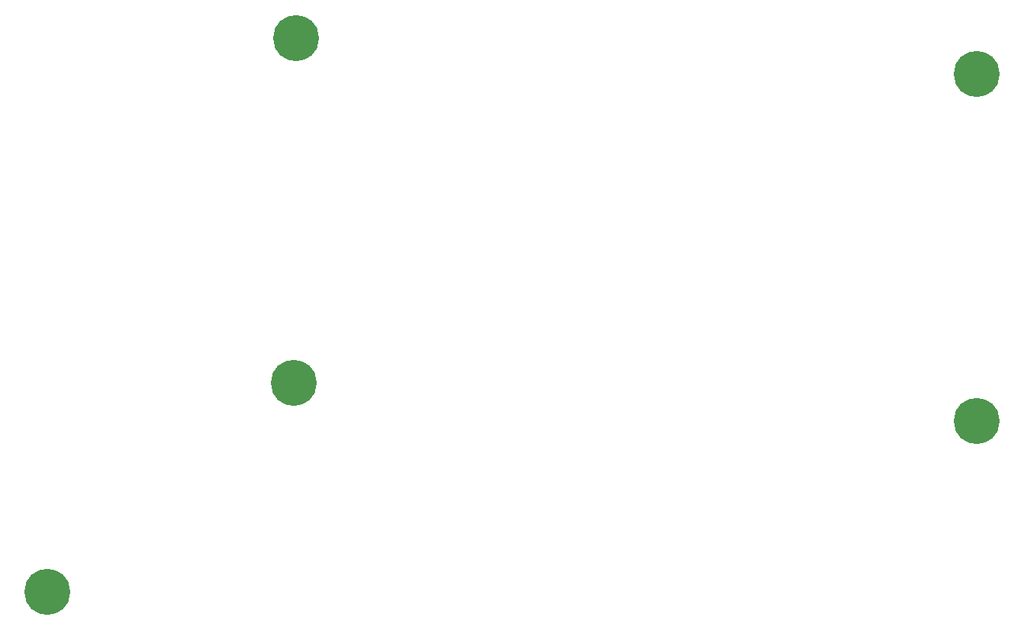
<source format=gbr>
G04 #@! TF.GenerationSoftware,KiCad,Pcbnew,(6.0.5)*
G04 #@! TF.CreationDate,2022-12-06T20:46:01-06:00*
G04 #@! TF.ProjectId,SofleKeyboardBottomPlate,536f666c-654b-4657-9962-6f617264426f,rev?*
G04 #@! TF.SameCoordinates,Original*
G04 #@! TF.FileFunction,Soldermask,Top*
G04 #@! TF.FilePolarity,Negative*
%FSLAX46Y46*%
G04 Gerber Fmt 4.6, Leading zero omitted, Abs format (unit mm)*
G04 Created by KiCad (PCBNEW (6.0.5)) date 2022-12-06 20:46:01*
%MOMM*%
%LPD*%
G01*
G04 APERTURE LIST*
%ADD10C,5.100000*%
G04 APERTURE END LIST*
D10*
X206097200Y-61503600D03*
X130555000Y-57495000D03*
X206097200Y-100003600D03*
X130355000Y-95775000D03*
X103000000Y-119000000D03*
M02*

</source>
